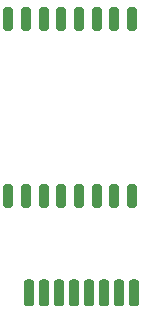
<source format=gbp>
G04 #@! TF.GenerationSoftware,KiCad,Pcbnew,7.0.7*
G04 #@! TF.CreationDate,2024-04-01T22:47:38-04:00*
G04 #@! TF.ProjectId,sensor_node,73656e73-6f72-45f6-9e6f-64652e6b6963,rev?*
G04 #@! TF.SameCoordinates,Original*
G04 #@! TF.FileFunction,Paste,Bot*
G04 #@! TF.FilePolarity,Positive*
%FSLAX46Y46*%
G04 Gerber Fmt 4.6, Leading zero omitted, Abs format (unit mm)*
G04 Created by KiCad (PCBNEW 7.0.7) date 2024-04-01 22:47:38*
%MOMM*%
%LPD*%
G01*
G04 APERTURE LIST*
G04 Aperture macros list*
%AMRoundRect*
0 Rectangle with rounded corners*
0 $1 Rounding radius*
0 $2 $3 $4 $5 $6 $7 $8 $9 X,Y pos of 4 corners*
0 Add a 4 corners polygon primitive as box body*
4,1,4,$2,$3,$4,$5,$6,$7,$8,$9,$2,$3,0*
0 Add four circle primitives for the rounded corners*
1,1,$1+$1,$2,$3*
1,1,$1+$1,$4,$5*
1,1,$1+$1,$6,$7*
1,1,$1+$1,$8,$9*
0 Add four rect primitives between the rounded corners*
20,1,$1+$1,$2,$3,$4,$5,0*
20,1,$1+$1,$4,$5,$6,$7,0*
20,1,$1+$1,$6,$7,$8,$9,0*
20,1,$1+$1,$8,$9,$2,$3,0*%
G04 Aperture macros list end*
%ADD10RoundRect,0.200000X-0.200000X0.800000X-0.200000X-0.800000X0.200000X-0.800000X0.200000X0.800000X0*%
%ADD11RoundRect,0.200000X-0.200000X0.943000X-0.200000X-0.943000X0.200000X-0.943000X0.200000X0.943000X0*%
G04 APERTURE END LIST*
D10*
X158524999Y-108862500D03*
X157024999Y-108862500D03*
X155524999Y-108862500D03*
X154024999Y-108862500D03*
X152524999Y-108862500D03*
X151024999Y-108862500D03*
X149524999Y-108862500D03*
X148024999Y-108912500D03*
X148024999Y-93912500D03*
X149524999Y-93912500D03*
X151024999Y-93912500D03*
X152524999Y-93912500D03*
X154024999Y-93912500D03*
X155524999Y-93912500D03*
X157024999Y-93912500D03*
X158524999Y-93912500D03*
D11*
X149820000Y-117100000D03*
X151090000Y-117100000D03*
X152360000Y-117100000D03*
X153630000Y-117100000D03*
X154900000Y-117100000D03*
X156170000Y-117100000D03*
X157440000Y-117100000D03*
X158710000Y-117100000D03*
M02*

</source>
